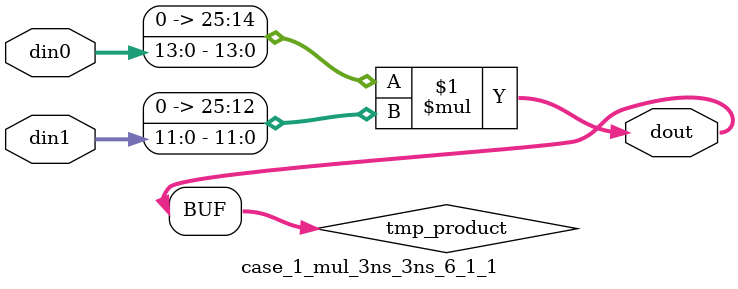
<source format=v>

`timescale 1 ns / 1 ps

 (* use_dsp = "no" *)  module case_1_mul_3ns_3ns_6_1_1(din0, din1, dout);
parameter ID = 1;
parameter NUM_STAGE = 0;
parameter din0_WIDTH = 14;
parameter din1_WIDTH = 12;
parameter dout_WIDTH = 26;

input [din0_WIDTH - 1 : 0] din0; 
input [din1_WIDTH - 1 : 0] din1; 
output [dout_WIDTH - 1 : 0] dout;

wire signed [dout_WIDTH - 1 : 0] tmp_product;
























assign tmp_product = $signed({1'b0, din0}) * $signed({1'b0, din1});











assign dout = tmp_product;





















endmodule

</source>
